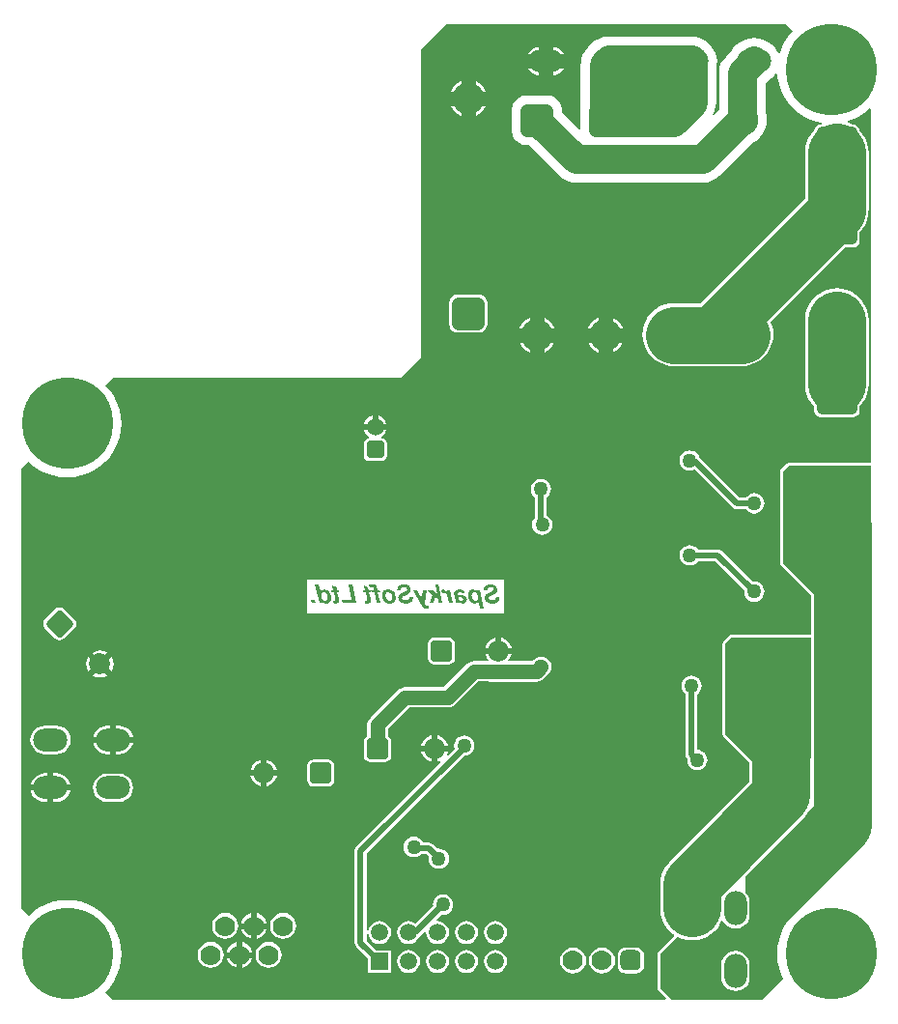
<source format=gbl>
%FSTAX23Y23*%
%MOIN*%
%SFA1B1*%

%IPPOS*%
%AMD59*
4,1,8,0.068900,-0.055100,0.068900,0.055100,0.055100,0.068900,-0.055100,0.068900,-0.068900,0.055100,-0.068900,-0.055100,-0.055100,-0.068900,0.055100,-0.068900,0.068900,-0.055100,0.0*
1,1,0.027560,0.055100,-0.055100*
1,1,0.027560,0.055100,0.055100*
1,1,0.027560,-0.055100,0.055100*
1,1,0.027560,-0.055100,-0.055100*
%
%AMD60*
4,1,8,-0.029500,0.020700,-0.029500,-0.020700,-0.020700,-0.029500,0.020700,-0.029500,0.029500,-0.020700,0.029500,0.020700,0.020700,0.029500,-0.020700,0.029500,-0.029500,0.020700,0.0*
1,1,0.017720,-0.020700,0.020700*
1,1,0.017720,-0.020700,-0.020700*
1,1,0.017720,0.020700,-0.020700*
1,1,0.017720,0.020700,0.020700*
%
%AMD62*
4,1,8,0.025500,0.036400,-0.025500,0.036400,-0.036400,0.025500,-0.036400,-0.025500,-0.025500,-0.036400,0.025500,-0.036400,0.036400,-0.025500,0.036400,0.025500,0.025500,0.036400,0.0*
1,1,0.021860,0.025500,0.025500*
1,1,0.021860,-0.025500,0.025500*
1,1,0.021860,-0.025500,-0.025500*
1,1,0.021860,0.025500,-0.025500*
%
%AMD65*
4,1,8,0.055100,-0.038600,0.055100,0.038600,0.038600,0.055100,-0.038600,0.055100,-0.055100,0.038600,-0.055100,-0.038600,-0.038600,-0.055100,0.038600,-0.055100,0.055100,-0.038600,0.0*
1,1,0.033080,0.038600,-0.038600*
1,1,0.033080,0.038600,0.038600*
1,1,0.033080,-0.038600,0.038600*
1,1,0.033080,-0.038600,-0.038600*
%
%AMD66*
4,1,8,-0.017500,-0.035000,0.017500,-0.035000,0.035000,-0.017500,0.035000,0.017500,0.017500,0.035000,-0.017500,0.035000,-0.035000,0.017500,-0.035000,-0.017500,-0.017500,-0.035000,0.0*
1,1,0.035000,-0.017500,-0.017500*
1,1,0.035000,0.017500,-0.017500*
1,1,0.035000,0.017500,0.017500*
1,1,0.035000,-0.017500,0.017500*
%
%AMD70*
4,1,8,0.043800,0.007700,0.007700,0.043800,-0.007700,0.043800,-0.043800,0.007700,-0.043800,-0.007700,-0.007700,-0.043800,0.007700,-0.043800,0.043800,-0.007700,0.043800,0.007700,0.0*
1,1,0.021860,0.036100,0.000000*
1,1,0.021860,0.000000,0.036100*
1,1,0.021860,-0.036100,0.000000*
1,1,0.021860,0.000000,-0.036100*
%
%ADD36C,0.020000*%
%ADD39C,0.050000*%
%ADD40C,0.100000*%
%ADD41C,0.110240*%
%ADD45C,0.200000*%
%ADD49C,0.160000*%
%ADD50R,0.246060X0.167320*%
%ADD55O,0.118110X0.078740*%
%ADD56C,0.070000*%
%ADD57C,0.125200*%
%ADD58O,0.078740X0.118110*%
G04~CAMADD=59~8~0.0~0.0~1378.0~1378.0~137.8~0.0~15~0.0~0.0~0.0~0.0~0~0.0~0.0~0.0~0.0~0~0.0~0.0~0.0~270.0~1378.0~1378.0*
%ADD59D59*%
G04~CAMADD=60~8~0.0~0.0~590.6~590.6~88.6~0.0~15~0.0~0.0~0.0~0.0~0~0.0~0.0~0.0~0.0~0~0.0~0.0~0.0~90.0~590.0~590.0*
%ADD60D60*%
%ADD61C,0.059060*%
G04~CAMADD=62~8~0.0~0.0~728.4~728.4~109.3~0.0~15~0.0~0.0~0.0~0.0~0~0.0~0.0~0.0~0.0~0~0.0~0.0~0.0~0.0~728.4~728.4*
%ADD62D62*%
%ADD63C,0.072840*%
%ADD64C,0.110240*%
G04~CAMADD=65~8~0.0~0.0~1102.4~1102.4~165.4~0.0~15~0.0~0.0~0.0~0.0~0~0.0~0.0~0.0~0.0~0~0.0~0.0~0.0~270.0~1102.0~1102.0*
%ADD65D65*%
G04~CAMADD=66~8~0.0~0.0~700.0~700.0~175.0~0.0~15~0.0~0.0~0.0~0.0~0~0.0~0.0~0.0~0.0~0~0.0~0.0~0.0~180.0~700.0~700.0*
%ADD66D66*%
%ADD67R,0.059060X0.059060*%
%ADD68C,0.059060*%
%ADD69C,0.314000*%
G04~CAMADD=70~8~0.0~0.0~728.4~728.4~109.3~0.0~15~0.0~0.0~0.0~0.0~0~0.0~0.0~0.0~0.0~0~0.0~0.0~0.0~315.0~940.0~939.0*
%ADD70D70*%
%ADD71C,0.050000*%
%ADD72C,0.196850*%
%LNunisolder52_back-1*%
%LPD*%
G36*
X06889Y04124D02*
X06879Y04114D01*
X06692*
X06584Y04222*
Y04537*
X06604Y04557*
X06889*
Y04124*
G37*
G36*
X06781Y03316D02*
X06633Y03169D01*
Y03018*
X06619Y03006*
X06603Y02987*
X0659Y02967*
X06579Y02945*
X06571Y02922*
X06566Y02898*
X06565Y02874*
X06566Y02849*
X06571Y02825*
X06579Y02802*
X06586Y02787*
X06515Y02716*
X062*
X06161Y02755*
Y02874*
X0622Y02933*
X06222*
X06237Y02926*
X06254Y02922*
X06271Y02921*
X06289Y02922*
X06305Y02926*
X06321Y02933*
X06336Y02942*
X06349Y02953*
X06361Y02966*
X0637Y02981*
X06372Y02988*
X06377*
X06378Y02986*
X06386Y02976*
X06396Y02968*
X06408Y02963*
X06421Y02962*
X06434Y02963*
X06446Y02968*
X06456Y02976*
X06464Y02986*
X06469Y02998*
X0647Y03011*
Y03051*
X06469Y03064*
X06464Y03076*
X06456Y03085*
Y03142*
X06658Y03343*
X06669Y03357*
X06678Y03371*
X06702Y03395*
X06781Y03316*
G37*
G36*
X06619Y06057D02*
D01*
X06603Y06038*
X0659Y06018*
X06579Y05996*
X06574Y05983*
X06569Y05983*
X06563Y05993*
X06555Y06004*
X06544Y06012*
X06536Y06017*
X0653Y06021*
X06516Y06028*
X06501Y06033*
X06486Y06035*
X0647Y06033*
X06455Y06028*
X06441Y06021*
X06436Y06017*
X06427Y06012*
X06417Y06004*
X06408Y05993*
X06405Y05987*
X06388Y0597*
X06378Y05958*
X0637Y05944*
X06366Y05929*
X06364Y05913*
Y05913*
Y05785*
X06347Y05767*
X06343Y0577*
X06348Y05781*
X06353Y05797*
X06355Y05813*
Y05932*
X06357Y05941*
X06359Y05954*
X06357Y05968*
X06353Y05981*
X06347Y05993*
X06342Y05999*
X0634Y06002*
X0633Y06015*
X06317Y06025*
X06302Y06033*
X06286Y06038*
X06269Y0604*
X05984*
X05967Y06038*
X05951Y06033*
X05936Y06025*
X05923Y06015*
X05911Y06003*
X05901Y0599*
X05893Y05975*
X05888Y05959*
X05886Y05942*
Y0575*
X05886Y0575*
Y0572*
X05882Y05718*
X05821Y05778*
Y05789*
X0582Y05801*
X05815Y05812*
X05807Y05822*
X05798Y0583*
X05786Y05834*
X05774Y05836*
X05697*
X05685Y05834*
X05674Y0583*
X05664Y05822*
X05656Y05812*
X05652Y05801*
X0565Y05789*
Y05712*
X05652Y057*
X05656Y05688*
X05664Y05679*
X05674Y05671*
X05685Y05666*
X05697Y05665*
X05708*
X05814Y05558*
X05826Y05548*
X0584Y05541*
X05855Y05536*
X05871Y05535*
X06308*
X06324Y05536*
X06339Y05541*
X06353Y05548*
X06365Y05558*
X06481Y05674*
X06492Y0568*
X06505Y05691*
X06516Y05704*
X06523Y05719*
X06528Y05735*
X0653Y05751*
X06528Y05768*
X06525Y05779*
Y0588*
X06538Y05893*
X06544Y05896*
X06555Y05905*
X0656Y05912*
X06565Y0591*
X06566Y059*
X06571Y05876*
X06579Y05853*
X0659Y05831*
X06603Y05811*
X06619Y05793*
X06638Y05776*
X06658Y05763*
X0668Y05752*
X06703Y05744*
X06719Y05741*
X06719Y05741*
X06718Y05736*
X06716*
X06707Y05734*
X06699Y05729*
X06694Y05721*
X06693Y05716*
X06682Y05703*
X06673Y05689*
X06666Y05673*
X06662Y05656*
X06661Y05639*
Y05482*
X06298Y05119*
X06208*
X06191Y05118*
X06175Y05114*
X06159Y05107*
X06144Y05098*
X06131Y05087*
X0612Y05074*
X06111Y0506*
X06105Y05044*
X06101Y05027*
X061Y0501*
X06101Y04994*
X06105Y04977*
X06111Y04961*
X0612Y04947*
X06131Y04934*
X06144Y04923*
X06159Y04914*
X06175Y04907*
X06191Y04903*
X06208Y04902*
X06443*
X0646Y04903*
X06477Y04907*
X06493Y04914*
X06507Y04923*
X0652Y04934*
X06531Y04947*
X0654Y04961*
X06547Y04977*
X06551Y04994*
X06552Y0501*
X06551Y05027*
X06547Y05044*
X06542Y05056*
X06798Y05311*
X06826*
X06835Y05313*
X06843Y05318*
X06849Y05326*
X0685Y05336*
Y05365*
X06859Y05375*
X06868Y05389*
X06874Y05405*
X06878Y05422*
X06879Y05423*
X0688Y05429*
X06881Y05447*
Y05639*
X0688Y05656*
X06876Y05673*
X06869Y05689*
X0686Y05703*
X0685Y05716*
X06849Y05721*
X06843Y05729*
X06835Y05734*
X06826Y05736*
X06822*
X06821Y05737*
X06809Y05742*
X06809Y05747*
X06823Y05752*
X06845Y05763*
X06865Y05776*
X06884Y05793*
X06889Y05787*
Y04567*
X06604*
X066Y04566*
X06597Y04564*
X06577Y04544*
X06575Y04541*
X06574Y04537*
Y04222*
X06575Y04218*
X06577Y04215*
X06681Y04111*
Y03976*
X06407*
X06403Y03975*
X064Y03973*
X0638Y03953*
X06378Y0395*
X06377Y03946*
Y03631*
X06378Y03628*
X0638Y03624*
X0647Y03534*
Y03467*
X06193Y0319*
X06182Y03177*
X06173Y03163*
X06167Y03147*
X06163Y0313*
X06161Y03113*
Y03031*
X06163Y03014*
X06167Y02997*
X06173Y02981*
X06182Y02966*
X06193Y02953*
X06207Y02942*
X06208Y02941*
X06209Y02936*
X06154Y02881*
X06152Y02877*
X06151Y02874*
Y02755*
X06152Y02752*
X06154Y02748*
X06181Y02721*
X0618Y02716*
X04271*
X04246Y02741*
X04262Y0276*
X04276Y0278*
X04286Y02802*
X04294Y02825*
X04299Y02849*
X04301Y02874*
X04299Y02898*
X04294Y02922*
X04286Y02945*
X04276Y02967*
X04262Y02987*
X04246Y03006*
X04227Y03022*
X04207Y03035*
X04185Y03046*
X04162Y03054*
X04138Y03059*
X04114Y0306*
X04089Y03059*
X04065Y03054*
X04042Y03046*
X0402Y03035*
X04Y03022*
X03982Y03006*
X03956Y03031*
Y04547*
X03982Y04572*
X04Y04556*
X0402Y04542*
X04042Y04532*
X04065Y04524*
X04089Y04519*
X04114Y04517*
X04138Y04519*
X04162Y04524*
X04185Y04532*
X04207Y04542*
X04227Y04556*
X04246Y04572*
X04262Y0459*
X04276Y04611*
X04286Y04633*
X04294Y04656*
X04299Y0468*
X04301Y04704*
X04299Y04729*
X04294Y04753*
X04286Y04776*
X04276Y04798*
X04262Y04818*
X04246Y04836*
X04271Y04862*
X05265*
X05334Y04931*
Y05994*
X05423Y06082*
X06594*
X06619Y06057*
G37*
G36*
X06681Y03551D02*
X06653Y03523D01*
X06496*
X06387Y03631*
Y03946*
X06407Y03966*
X06681*
Y03551*
G37*
%LNunisolder52_back-2*%
%LPC*%
G36*
X04525Y03292D02*
X0452Y03292D01*
X04507Y03288*
X04494Y03281*
X04483Y03272*
X04474Y03261*
X04467Y03248*
X04463Y03235*
X04463Y0323*
X04525*
Y03292*
G37*
G36*
X05311Y03278D02*
X05301Y03277D01*
X05293Y03273*
X05286Y03267*
X0528Y0326*
X05277Y03252*
X05275Y03243*
X05277Y03234*
X0528Y03225*
X05286Y03218*
X05293Y03212*
X05301Y03209*
X05311Y03207*
X0532Y03209*
X05328Y03212*
X05335Y03217*
X05354*
X05363Y03209*
X05362Y03202*
X05363Y03193*
X05367Y03185*
X05372Y03177*
X0538Y03172*
X05388Y03168*
X05397Y03167*
X05406Y03168*
X05415Y03172*
X05422Y03177*
X05428Y03185*
X05431Y03193*
X05432Y03202*
X05431Y03211*
X05428Y0322*
X05422Y03227*
X05415Y03233*
X05406Y03236*
X05397Y03237*
X05392Y03237*
X05377Y03252*
X0537Y03256*
X05363Y03258*
X05342*
X05341Y0326*
X05335Y03267*
X05328Y03273*
X0532Y03277*
X05311Y03278*
G37*
G36*
X04925Y03292D02*
X0492Y03292D01*
X04907Y03288*
X04894Y03281*
X04883Y03272*
X04874Y03261*
X04867Y03248*
X04863Y03235*
X04863Y0323*
X04925*
Y03292*
G37*
G36*
X04545D02*
Y0323D01*
X04606*
X04606Y03235*
X04602Y03248*
X04595Y03261*
X04586Y03272*
X04575Y03281*
X04562Y03288*
X04549Y03292*
X04545Y03292*
G37*
G36*
X05006Y0321D02*
X04945D01*
Y03148*
X04949Y03149*
X04962Y03153*
X04975Y0316*
X04986Y03169*
X04995Y0318*
X05002Y03193*
X05006Y03206*
X05006Y0321*
G37*
G36*
X04525D02*
X04463D01*
X04463Y03206*
X04467Y03193*
X04474Y0318*
X04483Y03169*
X04494Y0316*
X04507Y03153*
X0452Y03149*
X04525Y03148*
Y0321*
G37*
G36*
X05412Y03079D02*
X05403Y03078D01*
X05394Y03074*
X05387Y03069*
X05381Y03061*
X05378Y03053*
X05377Y03044*
X05378Y03038*
X05317Y02978*
X05312Y02981*
X05302Y02985*
X05292Y02987*
X05282Y02985*
X05272Y02981*
X05264Y02975*
X05258Y02967*
X05254Y02957*
X05253Y02947*
X05254Y02937*
X05258Y02927*
X05264Y02919*
X05272Y02913*
X05282Y02909*
X05292Y02907*
X05302Y02909*
X05312Y02913*
X0532Y02919*
X05327Y02927*
X05329Y02932*
X05329Y02933*
X05348Y02952*
X05353Y02949*
X05353Y02947*
X05354Y02937*
X05358Y02927*
X05364Y02919*
X05372Y02913*
X05382Y02909*
X05392Y02907*
X05402Y02909*
X05412Y02913*
X0542Y02919*
X05427Y02927*
X05431Y02937*
X05432Y02947*
X05431Y02957*
X05427Y02967*
X0542Y02975*
X05412Y02981*
X05402Y02985*
X05392Y02987*
X0539Y02986*
X05388Y02991*
X05406Y03009*
X05412Y03009*
X05421Y0301*
X05429Y03013*
X05437Y03019*
X05442Y03026*
X05446Y03035*
X05447Y03044*
X05446Y03053*
X05442Y03061*
X05437Y03069*
X05429Y03074*
X05421Y03078*
X05412Y03079*
G37*
G36*
X04925Y0321D02*
X04863D01*
X04863Y03206*
X04867Y03193*
X04874Y0318*
X04883Y03169*
X04894Y0316*
X04907Y03153*
X0492Y03149*
X04925Y03148*
Y0321*
G37*
G36*
X04606D02*
X04545D01*
Y03148*
X04549Y03149*
X04562Y03153*
X04575Y0316*
X04586Y03169*
X04595Y0318*
X04602Y03193*
X04606Y03206*
X04606Y0321*
G37*
G36*
X04046Y03497D02*
X04037D01*
X04024Y03495*
X04012Y0349*
X04001Y03482*
X03993Y03472*
X03988Y0346*
X03988Y03457*
X04046*
Y03497*
G37*
G36*
X04838Y03488D02*
X04803D01*
Y03452*
X04805Y03452*
X04816Y03457*
X04826Y03464*
X04833Y03474*
X04838Y03485*
X04838Y03488*
G37*
G36*
X04076Y03497D02*
X04066D01*
Y03457*
X04124*
X04124Y0346*
X04119Y03472*
X04111Y03482*
X04101Y0349*
X04089Y03495*
X04076Y03497*
G37*
G36*
X04803Y03543D02*
Y03508D01*
X04838*
X04838Y0351*
X04833Y03521*
X04826Y03531*
X04816Y03538*
X04805Y03543*
X04803Y03543*
G37*
G36*
X04783D02*
X04781Y03543D01*
X04769Y03538*
X0476Y03531*
X04752Y03521*
X04748Y0351*
X04747Y03508*
X04783*
Y03543*
G37*
G36*
Y03488D02*
X04747D01*
X04748Y03485*
X04752Y03474*
X0476Y03464*
X04769Y03457*
X04781Y03452*
X04783Y03452*
Y03488*
G37*
G36*
X04046Y03437D02*
X03988D01*
X03988Y03434*
X03993Y03422*
X04001Y03412*
X04012Y03404*
X04024Y03399*
X04037Y03397*
X04046*
Y03437*
G37*
G36*
X04945Y03292D02*
Y0323D01*
X05006*
X05006Y03235*
X05002Y03248*
X04995Y03261*
X04986Y03272*
X04975Y03281*
X04962Y03288*
X04949Y03292*
X04945Y03292*
G37*
G36*
X04124Y03437D02*
X04066D01*
Y03397*
X04076*
X04089Y03399*
X04101Y03404*
X04111Y03412*
X04119Y03422*
X04124Y03434*
X04124Y03437*
G37*
G36*
X05015Y03544D02*
X04964D01*
X04956Y03543*
X04949Y03538*
X04945Y03531*
X04943Y03523*
Y03472*
X04945Y03464*
X04949Y03457*
X04956Y03452*
X04964Y03451*
X05015*
X05023Y03452*
X0503Y03457*
X05035Y03464*
X05036Y03472*
Y03523*
X05035Y03531*
X0503Y03538*
X05023Y03543*
X05015Y03544*
G37*
G36*
X04292Y03496D02*
X04253D01*
X0424Y03495*
X04228Y0349*
X04218Y03482*
X0421Y03472*
X04205Y0346*
X04203Y03447*
X04205Y03434*
X0421Y03422*
X04218Y03412*
X04228Y03404*
X0424Y03399*
X04253Y03397*
X04292*
X04305Y03399*
X04317Y03404*
X04328Y03412*
X04335Y03422*
X0434Y03434*
X04342Y03447*
X0434Y0346*
X04335Y03472*
X04328Y03482*
X04317Y0349*
X04305Y03495*
X04292Y03496*
G37*
G36*
X05592Y02887D02*
X05582Y02885D01*
X05572Y02881*
X05564Y02875*
X05558Y02867*
X05554Y02857*
X05553Y02847*
X05554Y02837*
X05558Y02827*
X05564Y02819*
X05572Y02813*
X05582Y02809*
X05592Y02807*
X05602Y02809*
X05612Y02813*
X0562Y02819*
X05627Y02827*
X05631Y02837*
X05632Y02847*
X05631Y02857*
X05627Y02867*
X0562Y02875*
X05612Y02881*
X05602Y02885*
X05592Y02887*
G37*
G36*
X05492D02*
X05482Y02885D01*
X05472Y02881*
X05464Y02875*
X05458Y02867*
X05454Y02857*
X05453Y02847*
X05454Y02837*
X05458Y02827*
X05464Y02819*
X05472Y02813*
X05482Y02809*
X05492Y02807*
X05502Y02809*
X05512Y02813*
X0552Y02819*
X05527Y02827*
X05531Y02837*
X05532Y02847*
X05531Y02857*
X05527Y02867*
X0552Y02875*
X05512Y02881*
X05502Y02885*
X05492Y02887*
G37*
G36*
X0461Y02916D02*
X04598Y02914D01*
X04587Y0291*
X04578Y02902*
X0457Y02893*
X04566Y02882*
X04564Y0287*
X04566Y02859*
X0457Y02848*
X04578Y02838*
X04587Y02831*
X04598Y02827*
X0461Y02825*
X04621Y02827*
X04632Y02831*
X04641Y02838*
X04649Y02848*
X04653Y02859*
X04655Y0287*
X04653Y02882*
X04649Y02893*
X04641Y02902*
X04632Y0291*
X04621Y02914*
X0461Y02916*
G37*
G36*
X047Y0286D02*
X04665D01*
X04666Y02859*
X0467Y02848*
X04677Y02838*
X04687Y02831*
X04698Y02827*
X047Y02826*
Y0286*
G37*
G36*
X0481Y02916D02*
X04798Y02914D01*
X04787Y0291*
X04778Y02902*
X0477Y02893*
X04766Y02882*
X04764Y0287*
X04766Y02859*
X0477Y02848*
X04778Y02838*
X04787Y02831*
X04798Y02827*
X0481Y02825*
X04821Y02827*
X04832Y02831*
X04841Y02838*
X04849Y02848*
X04853Y02859*
X04855Y0287*
X04853Y02882*
X04849Y02893*
X04841Y02902*
X04832Y0291*
X04821Y02914*
X0481Y02916*
G37*
G36*
X05392Y02887D02*
X05382Y02885D01*
X05372Y02881*
X05364Y02875*
X05358Y02867*
X05354Y02857*
X05353Y02847*
X05354Y02837*
X05358Y02827*
X05364Y02819*
X05372Y02813*
X05382Y02809*
X05392Y02807*
X05402Y02809*
X05412Y02813*
X0542Y02819*
X05427Y02827*
X05431Y02837*
X05432Y02847*
X05431Y02857*
X05427Y02867*
X0542Y02875*
X05412Y02881*
X05402Y02885*
X05392Y02887*
G37*
G36*
X0586Y02896D02*
X05848Y02895D01*
X05838Y0289*
X05828Y02883*
X05821Y02873*
X05816Y02863*
X05815Y02851*
X05816Y02839*
X05821Y02828*
X05828Y02819*
X05838Y02812*
X05848Y02807*
X0586Y02806*
X05872Y02807*
X05883Y02812*
X05892Y02819*
X05899Y02828*
X05904Y02839*
X05905Y02851*
X05904Y02863*
X05899Y02873*
X05892Y02883*
X05883Y0289*
X05872Y02895*
X0586Y02896*
G37*
G36*
X06421Y02884D02*
X06408Y02882D01*
X06396Y02877*
X06386Y02869*
X06378Y02859*
X06373Y02847*
X06371Y02834*
Y02795*
X06373Y02782*
X06378Y0277*
X06386Y0276*
X06396Y02752*
X06408Y02747*
X06421Y02745*
X06434Y02747*
X06446Y02752*
X06456Y0276*
X06464Y0277*
X06469Y02782*
X0647Y02795*
Y02834*
X06469Y02847*
X06464Y02859*
X06456Y02869*
X06446Y02877*
X06434Y02882*
X06421Y02884*
G37*
G36*
X0596Y02896D02*
X05948Y02895D01*
X05938Y0289*
X05928Y02883*
X05921Y02873*
X05916Y02863*
X05915Y02851*
X05916Y02839*
X05921Y02828*
X05928Y02819*
X05938Y02812*
X05948Y02807*
X0596Y02806*
X05972Y02807*
X05983Y02812*
X05992Y02819*
X05999Y02828*
X06004Y02839*
X06005Y02851*
X06004Y02863*
X05999Y02873*
X05992Y02883*
X05983Y0289*
X05972Y02895*
X0596Y02896*
G37*
G36*
X05292Y02887D02*
X05282Y02885D01*
X05272Y02881*
X05264Y02875*
X05258Y02867*
X05254Y02857*
X05253Y02847*
X05254Y02837*
X05258Y02827*
X05264Y02819*
X05272Y02813*
X05282Y02809*
X05292Y02807*
X05302Y02809*
X05312Y02813*
X0532Y02819*
X05327Y02827*
X05331Y02837*
X05332Y02847*
X05331Y02857*
X05327Y02867*
X0532Y02875*
X05312Y02881*
X05302Y02885*
X05292Y02887*
G37*
G36*
X06078Y02896D02*
X06043D01*
X06035Y02895*
X06029Y02892*
X06023Y02888*
X06019Y02882*
X06016Y02876*
X06015Y02868*
Y02833*
X06016Y02826*
X06019Y0282*
X06023Y02814*
X06029Y02809*
X06035Y02807*
X06043Y02806*
X06078*
X06085Y02807*
X06091Y02809*
X06097Y02814*
X06102Y0282*
X06104Y02826*
X06105Y02833*
Y02868*
X06104Y02876*
X06102Y02882*
X06097Y02888*
X06091Y02892*
X06085Y02895*
X06078Y02896*
G37*
G36*
X0475Y0296D02*
X04715D01*
X04716Y02959*
X0472Y02948*
X04727Y02938*
X04737Y02931*
X04748Y02927*
X0475Y02926*
Y0296*
G37*
G36*
X0486Y03016D02*
X04848Y03014D01*
X04837Y0301*
X04828Y03002*
X0482Y02993*
X04816Y02982*
X04814Y0297*
X04816Y02959*
X0482Y02948*
X04828Y02938*
X04837Y02931*
X04848Y02927*
X0486Y02925*
X04871Y02927*
X04882Y02931*
X04891Y02938*
X04899Y02948*
X04903Y02959*
X04905Y0297*
X04903Y02982*
X04899Y02993*
X04891Y03002*
X04882Y0301*
X04871Y03014*
X0486Y03016*
G37*
G36*
X04804Y0296D02*
X0477D01*
Y02926*
X04771Y02927*
X04782Y02931*
X04792Y02938*
X04799Y02948*
X04803Y02959*
X04804Y0296*
G37*
G36*
X0477Y03015D02*
Y0298D01*
X04804*
X04803Y02982*
X04799Y02993*
X04792Y03003*
X04782Y0301*
X04771Y03014*
X0477Y03015*
G37*
G36*
X0475D02*
X04748Y03014D01*
X04737Y0301*
X04727Y03003*
X0472Y02993*
X04716Y02982*
X04715Y0298*
X0475*
Y03015*
G37*
G36*
X0466Y03016D02*
X04648Y03014D01*
X04637Y0301*
X04628Y03002*
X0462Y02993*
X04616Y02982*
X04614Y0297*
X04616Y02959*
X0462Y02948*
X04628Y02938*
X04637Y02931*
X04648Y02927*
X0466Y02925*
X04671Y02927*
X04682Y02931*
X04691Y02938*
X04699Y02948*
X04703Y02959*
X04705Y0297*
X04703Y02982*
X04699Y02993*
X04691Y03002*
X04682Y0301*
X04671Y03014*
X0466Y03016*
G37*
G36*
X047Y02915D02*
X04698Y02914D01*
X04687Y0291*
X04677Y02903*
X0467Y02893*
X04666Y02882*
X04665Y0288*
X047*
Y02915*
G37*
G36*
X04754Y0286D02*
X0472D01*
Y02826*
X04721Y02827*
X04732Y02831*
X04742Y02838*
X04749Y02848*
X04753Y02859*
X04754Y0286*
G37*
G36*
X0472Y02915D02*
Y0288D01*
X04754*
X04753Y02882*
X04749Y02893*
X04742Y02903*
X04732Y0291*
X04721Y02914*
X0472Y02915*
G37*
G36*
X05592Y02987D02*
X05582Y02985D01*
X05572Y02981*
X05564Y02975*
X05558Y02967*
X05554Y02957*
X05553Y02947*
X05554Y02937*
X05558Y02927*
X05564Y02919*
X05572Y02913*
X05582Y02909*
X05592Y02907*
X05602Y02909*
X05612Y02913*
X0562Y02919*
X05627Y02927*
X05631Y02937*
X05632Y02947*
X05631Y02957*
X05627Y02967*
X0562Y02975*
X05612Y02981*
X05602Y02985*
X05592Y02987*
G37*
G36*
X05492D02*
X05482Y02985D01*
X05472Y02981*
X05464Y02975*
X05458Y02967*
X05454Y02957*
X05453Y02947*
X05454Y02937*
X05458Y02927*
X05464Y02919*
X05472Y02913*
X05482Y02909*
X05492Y02907*
X05502Y02909*
X05512Y02913*
X0552Y02919*
X05527Y02927*
X05531Y02937*
X05532Y02947*
X05531Y02957*
X05527Y02967*
X0552Y02975*
X05512Y02981*
X05502Y02985*
X05492Y02987*
G37*
G36*
X06269Y03834D02*
X0626Y03833D01*
X06252Y03829*
X06244Y03824*
X06239Y03816*
X06235Y03808*
X06234Y03799*
X06235Y0379*
X06239Y03781*
X06244Y03774*
X06249Y0377*
Y03562*
X0625Y03555*
X06255Y03549*
X06254Y03543*
X06255Y03534*
X06258Y03525*
X06264Y03518*
X06271Y03512*
X0628Y03509*
X06289Y03508*
X06298Y03509*
X06306Y03512*
X06314Y03518*
X06319Y03525*
X06323Y03534*
X06324Y03543*
X06323Y03552*
X06319Y0356*
X06314Y03568*
X06306Y03573*
X06298Y03577*
X06289Y03578*
Y0377*
X06294Y03774*
X063Y03781*
X06303Y0379*
X06304Y03799*
X06303Y03808*
X063Y03816*
X06294Y03824*
X06287Y03829*
X06278Y03833*
X06269Y03834*
G37*
G36*
X05962Y04999D02*
X05907D01*
X05908Y04996*
X05911Y04984*
X05918Y04972*
X05926Y04962*
X05936Y04954*
X05947Y04948*
X05959Y04944*
X05962Y04944*
Y04999*
G37*
G36*
X058D02*
X05746D01*
Y04944*
X05748Y04944*
X05761Y04948*
X05772Y04954*
X05782Y04962*
X0579Y04972*
X05796Y04984*
X058Y04996*
X058Y04999*
G37*
G36*
X06036D02*
X05982D01*
Y04944*
X05985Y04944*
X05997Y04948*
X06008Y04954*
X06018Y04962*
X06026Y04972*
X06032Y04984*
X06036Y04996*
X06036Y04999*
G37*
G36*
X05726Y05073D02*
X05723Y05073D01*
X05711Y05069*
X05699Y05063*
X05689Y05055*
X05681Y05045*
X05675Y05034*
X05672Y05021*
X05671Y05019*
X05726*
Y05073*
G37*
G36*
X05537Y05149D02*
X0546D01*
X05453Y05148*
X05447Y05145*
X05441Y05141*
X05437Y05135*
X05434Y05129*
X05433Y05122*
Y05045*
X05434Y05038*
X05437Y05031*
X05441Y05026*
X05447Y05022*
X05453Y05019*
X0546Y05018*
X05537*
X05544Y05019*
X0555Y05022*
X05556Y05026*
X0556Y05031*
X05563Y05038*
X05564Y05045*
Y05122*
X05563Y05129*
X0556Y05135*
X05556Y05141*
X0555Y05145*
X05544Y05148*
X05537Y05149*
G37*
G36*
X05168Y04731D02*
X05168Y04731D01*
X05158Y04727*
X0515Y04721*
X05143Y04712*
X0514Y04703*
X05139Y04702*
X05168*
Y04731*
G37*
G36*
X05217Y04682D02*
X05139D01*
X0514Y04682*
X05143Y04672*
X0515Y04664*
X05157Y04658*
X05157Y04656*
X05156Y04653*
X0515Y04652*
X05144Y04648*
X0514Y04642*
X05138Y04634*
Y04593*
X0514Y04586*
X05144Y0458*
X0515Y04575*
X05157Y04574*
X05199*
X05206Y04575*
X05212Y0458*
X05216Y04586*
X05218Y04593*
Y04634*
X05216Y04642*
X05212Y04648*
X05206Y04652*
X052Y04653*
X05199Y04656*
X05199Y04658*
X05206Y04664*
X05213Y04672*
X05217Y04682*
X05217Y04682*
G37*
G36*
X05188Y04731D02*
Y04702D01*
X05217*
X05217Y04703*
X05213Y04712*
X05206Y04721*
X05198Y04727*
X05188Y04731*
X05188Y04731*
G37*
G36*
X05726Y04999D02*
X05671D01*
X05672Y04996*
X05675Y04984*
X05681Y04972*
X05689Y04962*
X05699Y04954*
X05711Y04948*
X05723Y04944*
X05726Y04944*
Y04999*
G37*
G36*
X06771Y05171D02*
X06754Y05169D01*
X06737Y05165*
X06721Y05159*
X06706Y0515*
X06693Y05138*
X06682Y05125*
X06673Y0511*
X06666Y05094*
X06662Y05078*
X06661Y0506*
Y05056*
Y04839*
X06662Y04822*
X06666Y04805*
X06673Y04789*
X06682Y04774*
X06692Y04762*
Y0475*
X06694Y0474*
X06699Y04733*
X06707Y04727*
X06716Y04726*
X06826*
X06835Y04727*
X06843Y04733*
X06849Y0474*
X0685Y0475*
Y04762*
X0686Y04774*
X06869Y04789*
X06876Y04805*
X0688Y04822*
X06881Y04839*
Y05056*
Y0506*
X0688Y05078*
X06876Y05094*
X06869Y0511*
X0686Y05125*
X06849Y05138*
X06836Y0515*
X06821Y05159*
X06805Y05165*
X06788Y05169*
X06771Y05171*
G37*
G36*
X05746Y05073D02*
Y05019D01*
X058*
X058Y05021*
X05796Y05034*
X0579Y05045*
X05782Y05055*
X05772Y05063*
X05761Y05069*
X05748Y05073*
X05746Y05073*
G37*
G36*
X05757Y05944D02*
X05699D01*
X05699Y05941*
X05704Y05929*
X05712Y05919*
X05723Y05911*
X05735Y05906*
X05748Y05904*
X05757*
Y05944*
G37*
G36*
X05509Y0589D02*
Y05835D01*
X05563*
X05563Y05838*
X05559Y0585*
X05553Y05861*
X05545Y05871*
X05535Y05879*
X05524Y05886*
X05511Y05889*
X05509Y0589*
G37*
G36*
X05835Y05944D02*
X05777D01*
Y05904*
X05787*
X058Y05906*
X05812Y05911*
X05822Y05919*
X0583Y05929*
X05835Y05941*
X05835Y05944*
G37*
G36*
X05787Y06004D02*
X05777D01*
Y05964*
X05835*
X05835Y05967*
X0583Y05979*
X05822Y05989*
X05812Y05997*
X058Y06002*
X05787Y06004*
G37*
G36*
X05757D02*
X05748D01*
X05735Y06002*
X05723Y05997*
X05712Y05989*
X05704Y05979*
X05699Y05967*
X05699Y05964*
X05757*
Y06004*
G37*
G36*
X05982Y05073D02*
Y05019D01*
X06036*
X06036Y05021*
X06032Y05034*
X06026Y05045*
X06018Y05055*
X06008Y05063*
X05997Y05069*
X05985Y05073*
X05982Y05073*
G37*
G36*
X05962D02*
X05959Y05073D01*
X05947Y05069*
X05936Y05063*
X05926Y05055*
X05918Y05045*
X05911Y05034*
X05908Y05021*
X05907Y05019*
X05962*
Y05073*
G37*
G36*
X05489Y05815D02*
X05434D01*
X05434Y05812*
X05438Y058*
X05444Y05789*
X05452Y05779*
X05462Y05771*
X05473Y05765*
X05486Y05761*
X05489Y05761*
Y05815*
G37*
G36*
Y0589D02*
X05486Y05889D01*
X05473Y05886*
X05462Y05879*
X05452Y05871*
X05444Y05861*
X05438Y0585*
X05434Y05838*
X05434Y05835*
X05489*
Y0589*
G37*
G36*
X05563Y05815D02*
X05509D01*
Y05761*
X05511Y05761*
X05524Y05765*
X05535Y05771*
X05545Y05779*
X05553Y05789*
X05559Y058*
X05563Y05812*
X05563Y05815*
G37*
G36*
X06263Y04611D02*
X06254Y0461D01*
X06246Y04607*
X06238Y04601*
X06233Y04594*
X06229Y04585*
X06228Y04576*
X06229Y04567*
X06233Y04559*
X06238Y04551*
X06246Y04546*
X06254Y04542*
X06263Y04541*
X06272Y04542*
X0628Y04546*
X06411Y04414*
X06418Y0441*
X06426Y04408*
X06457*
X06461Y04404*
X06468Y04398*
X06477Y04395*
X06486Y04393*
X06495Y04395*
X06503Y04398*
X06511Y04404*
X06516Y04411*
X0652Y0442*
X06521Y04429*
X0652Y04438*
X06516Y04446*
X06511Y04453*
X06503Y04459*
X06495Y04463*
X06486Y04464*
X06477Y04463*
X06468Y04459*
X06461Y04453*
X06457Y04449*
X06434*
X06297Y04586*
X06294Y04594*
X06288Y04601*
X06281Y04607*
X06272Y0461*
X06263Y04611*
G37*
G36*
X05392Y03628D02*
Y03592D01*
X05428*
X05428Y03594*
X05423Y03606*
X05415Y03615*
X05406Y03623*
X05394Y03627*
X05392Y03628*
G37*
G36*
X05372D02*
X0537Y03627D01*
X05359Y03623*
X05349Y03615*
X05342Y03606*
X05337Y03594*
X05337Y03592*
X05372*
Y03628*
G37*
G36*
X04263Y03662D02*
X04253D01*
X0424Y0366*
X04228Y03655*
X04218Y03647*
X0421Y03637*
X04205Y03625*
X04205Y03622*
X04263*
Y03662*
G37*
G36*
X05648Y0391D02*
X05557D01*
X05558Y03908*
X05562Y03896*
X05568Y03889*
X05565Y03884*
X05518*
X05509Y03883*
X05501Y03879*
X05493Y03874*
X05414Y03794*
X0528*
X05271Y03793*
X05262Y0379*
X05255Y03784*
X05161Y0369*
X05155Y03682*
X05152Y03674*
X0515Y03665*
Y03626*
X05145Y03623*
X0514Y03616*
X05139Y03608*
Y03557*
X0514Y03549*
X05145Y03542*
X05152Y03537*
X0516Y03536*
X05211*
X05219Y03537*
X05226Y03542*
X05231Y03549*
X05232Y03557*
Y03608*
X05231Y03616*
X05226Y03623*
X05221Y03626*
Y0365*
X05295Y03724*
X05429*
X05438Y03725*
X05446Y03729*
X05453Y03734*
X05533Y03814*
X0557*
X05573Y03813*
X05734*
X05743Y03815*
X05752Y03818*
X05759Y03824*
X05775Y0384*
X05781Y03847*
X05784Y03856*
X05786Y03865*
X05784Y03874*
X05781Y03882*
X05775Y0389*
X05768Y03895*
X0576Y03899*
X0575Y039*
X05741Y03899*
X05733Y03895*
X05726Y0389*
X0572Y03884*
X0564*
X05637Y03889*
X05643Y03896*
X05648Y03908*
X05648Y0391*
G37*
G36*
X04292Y03662D02*
X04283D01*
Y03622*
X04341*
X04341Y03625*
X04336Y03637*
X04328Y03647*
X04317Y03655*
X04305Y0366*
X04292Y03662*
G37*
G36*
X05485Y03627D02*
X05476Y03626D01*
X05467Y03623*
X0546Y03617*
X05455Y0361*
X05451Y03601*
X0545Y03592*
X05451Y03583*
X05451Y03582*
X05429Y03559*
X05424Y03562*
X05428Y0357*
X05428Y03572*
X05392*
Y03537*
X05394Y03537*
X05402Y0354*
X05405Y03536*
X05113Y03244*
X05109Y03237*
X05107Y0323*
Y02912*
X05109Y02904*
X05113Y02897*
X05153Y02858*
Y02808*
X05232*
Y02886*
X05181*
X05148Y0292*
Y02945*
X05153Y02946*
X05153Y02944*
X05154Y02937*
X05158Y02927*
X05164Y02919*
X05172Y02913*
X05182Y02909*
X05192Y02907*
X05202Y02909*
X05212Y02913*
X0522Y02919*
X05227Y02927*
X05231Y02937*
X05232Y02947*
X05231Y02957*
X05227Y02967*
X0522Y02975*
X05212Y02981*
X05202Y02985*
X05192Y02987*
X05182Y02985*
X05172Y02981*
X05164Y02975*
X05158Y02967*
X05154Y02957*
X05153Y0295*
X05153Y02948*
X05148Y02949*
Y03221*
X05484Y03557*
X05485Y03557*
X05494Y03558*
X05503Y03562*
X0551Y03567*
X05515Y03575*
X05519Y03583*
X0552Y03592*
X05519Y03601*
X05515Y0361*
X0551Y03617*
X05503Y03623*
X05494Y03626*
X05485Y03627*
G37*
G36*
X05372Y03572D02*
X05337D01*
X05337Y0357*
X05342Y03559*
X05349Y03549*
X05359Y03542*
X0537Y03537*
X05372Y03537*
Y03572*
G37*
G36*
X04263Y03602D02*
X04205D01*
X04205Y03599*
X0421Y03587*
X04218Y03577*
X04228Y03569*
X0424Y03564*
X04253Y03562*
X04263*
Y03602*
G37*
G36*
X04076Y03662D02*
X04037D01*
X04024Y0366*
X04012Y03655*
X04001Y03647*
X03994Y03637*
X03989Y03625*
X03987Y03612*
X03989Y03599*
X03994Y03587*
X04001Y03577*
X04012Y03569*
X04024Y03564*
X04037Y03562*
X04076*
X04089Y03564*
X04101Y03569*
X04111Y03577*
X04119Y03587*
X04124Y03599*
X04126Y03612*
X04124Y03625*
X04119Y03637*
X04111Y03647*
X04101Y03655*
X04089Y0366*
X04076Y03662*
G37*
G36*
X04341Y03602D02*
X04283D01*
Y03562*
X04292*
X04305Y03564*
X04317Y03569*
X04328Y03577*
X04336Y03587*
X04341Y03599*
X04341Y03602*
G37*
G36*
X04227Y0386D02*
X04202Y03835D01*
X04204Y03833*
X04215Y03829*
X04227Y03827*
X04239Y03829*
X04251Y03833*
X04252Y03835*
X04227Y0386*
G37*
G36*
X04088Y0407D02*
X0408Y04069D01*
X04073Y04064*
X04037Y04028*
X04032Y04021*
X04031Y04013*
X04032Y04005*
X04037Y03998*
X04073Y03962*
X0408Y03957*
X04088Y03956*
X04096Y03957*
X04103Y03962*
X04139Y03998*
X04144Y04005*
X04145Y04013*
X04144Y04021*
X04139Y04028*
X04103Y04064*
X04096Y04069*
X04088Y0407*
G37*
G36*
X05613Y03965D02*
Y0393D01*
X05648*
X05648Y03932*
X05643Y03943*
X05636Y03953*
X05626Y0396*
X05615Y03965*
X05613Y03965*
G37*
G36*
X05621Y04164D02*
X04942D01*
Y0405*
X05621*
Y04164*
G37*
G36*
X0575Y04513D02*
X0574Y04512D01*
X05732Y04508*
X05725Y04503*
X05719Y04495*
X05716Y04487*
X05714Y04478*
X05716Y04469*
X05719Y0446*
X05725Y04453*
X05729Y04449*
Y0438*
X05729Y0438*
X05723Y04373*
X0572Y04364*
X05719Y04355*
X0572Y04346*
X05723Y04337*
X05729Y0433*
X05736Y04325*
X05745Y04321*
X05754Y0432*
X05763Y04321*
X05771Y04325*
X05779Y0433*
X05784Y04337*
X05788Y04346*
X05789Y04355*
X05788Y04364*
X05784Y04373*
X05779Y0438*
X05771Y04385*
X0577Y04386*
Y04449*
X05774Y04453*
X0578Y0446*
X05783Y04469*
X05785Y04478*
X05783Y04487*
X0578Y04495*
X05774Y04503*
X05767Y04508*
X05759Y04512*
X0575Y04513*
G37*
G36*
X06263Y04285D02*
X06254Y04283D01*
X06246Y0428*
X06238Y04274*
X06233Y04267*
X06229Y04259*
X06228Y0425*
X06229Y0424*
X06233Y04232*
X06238Y04225*
X06246Y04219*
X06254Y04216*
X06263Y04214*
X06272Y04216*
X06281Y04219*
X06288Y04225*
X06292Y04229*
X06351*
X06451Y04129*
X06451Y04124*
X06452Y04114*
X06455Y04106*
X06461Y04099*
X06468Y04093*
X06477Y0409*
X06486Y04088*
X06495Y0409*
X06503Y04093*
X06511Y04099*
X06516Y04106*
X0652Y04114*
X06521Y04124*
X0652Y04133*
X06516Y04141*
X06511Y04148*
X06503Y04154*
X06495Y04157*
X06486Y04159*
X0648Y04158*
X06374Y04264*
X06367Y04268*
X0636Y0427*
X06292*
X06288Y04274*
X06281Y0428*
X06272Y04283*
X06263Y04285*
G37*
G36*
X04266Y03899D02*
X04241Y03874D01*
X04266Y03849*
X04268Y0385*
X04272Y03862*
X04274Y03874*
X04272Y03886*
X04268Y03897*
X04266Y03899*
G37*
G36*
X04188D02*
X04187Y03897D01*
X04182Y03886*
X0418Y03874*
X04182Y03862*
X04187Y0385*
X04188Y03849*
X04213Y03874*
X04188Y03899*
G37*
G36*
X05431Y03966D02*
X05381D01*
X05372Y03965*
X05366Y0396*
X05361Y03953*
X05359Y03945*
Y03894*
X05361Y03886*
X05366Y03879*
X05372Y03875*
X05381Y03873*
X05431*
X0544Y03875*
X05446Y03879*
X05451Y03886*
X05453Y03894*
Y03945*
X05451Y03953*
X05446Y0396*
X0544Y03965*
X05431Y03966*
G37*
G36*
X05593Y03965D02*
X05591Y03965D01*
X05579Y0396*
X0557Y03953*
X05562Y03943*
X05558Y03932*
X05557Y0393*
X05593*
Y03965*
G37*
G36*
X04227Y03921D02*
X04215Y03919D01*
X04204Y03914*
X04202Y03913*
X04227Y03888*
X04252Y03913*
X04251Y03914*
X04239Y03919*
X04227Y03921*
G37*
%LNunisolder52_back-3*%
%LPD*%
G36*
X05413Y04131D02*
X05414Y04131D01*
X05415Y0413*
X05417Y0413*
X05418Y04129*
X05419Y04128*
X0542Y04127*
X05421Y04126*
X05422Y04125*
X05423Y04124*
X05424Y04124*
X05424Y04123*
X05425Y04122*
X05425Y04122*
X05425Y04121*
X05426Y04121*
X05424Y0413*
X05435*
X05445Y04084*
X05433*
X0543Y04098*
X05429Y041*
X05429Y04101*
X05429Y04103*
X05428Y04104*
X05428Y04105*
X05428Y04106*
X05427Y04107*
X05427Y04108*
X05427Y04109*
X05426Y0411*
X05426Y0411*
X05426Y04111*
X05426Y04111*
X05426Y04111*
X05426Y04111*
Y04111*
X05425Y04113*
X05424Y04114*
X05423Y04115*
X05422Y04116*
X05422Y04117*
X05421Y04117*
X05421Y04118*
X05421Y04118*
X05419Y04119*
X05418Y04119*
X05417Y0412*
X05416Y0412*
X05415Y0412*
X05415Y0412*
X05414*
X05413Y0412*
X05412Y0412*
X05411Y0412*
X05411Y0412*
X05411Y0412*
X0541Y0412*
X0541*
X05405Y0413*
X05407Y0413*
X05408Y04131*
X05409Y04131*
X0541Y04131*
X0541Y04131*
X05411Y04131*
X05411*
X05413Y04131*
G37*
G36*
X05279Y04149D02*
X05281Y04149D01*
X05283Y04149*
X05285Y04148*
X05286Y04148*
X05288Y04147*
X05289Y04147*
X0529Y04146*
X05291Y04146*
X05292Y04145*
X05293Y04145*
X05293Y04144*
X05294Y04144*
X05294Y04144*
X05294Y04144*
X05294Y04144*
X05295Y04143*
X05296Y04142*
X05297Y0414*
X05298Y04139*
X05298Y04138*
X05299Y04137*
X05299Y04136*
X05299Y04135*
X053Y04134*
X053Y04133*
X053Y04132*
X053Y04132*
X053Y04131*
Y04131*
Y0413*
Y0413*
X053Y04129*
X053Y04127*
X053Y04126*
X05299Y04124*
X05299Y04123*
X05299Y04123*
X05298Y04122*
X05298Y04122*
X05297Y04121*
X05297Y0412*
X05296Y04119*
X05295Y04118*
X05294Y04117*
X05293Y04117*
X05293Y04117*
X05293Y04116*
X05292Y04116*
X05291Y04116*
X0529Y04115*
X05288Y04114*
X05286Y04113*
X05284Y04112*
X05284Y04112*
X05283Y04112*
X05283Y04111*
X05282Y04111*
X05282Y04111*
X05282*
X05281Y0411*
X05279Y0411*
X05278Y04109*
X05277Y04109*
X05277Y04109*
X05276Y04108*
X05275Y04108*
X05275Y04107*
X05274Y04107*
X05274Y04107*
X05273Y04107*
X05273Y04106*
X05273Y04106*
X05272Y04106*
X05271Y04105*
X05271Y04104*
X05271Y04103*
X0527Y04103*
X0527Y04102*
Y04102*
Y04102*
X0527Y041*
X05271Y04099*
X05271Y04098*
X05272Y04097*
X05272Y04097*
X05273Y04096*
X05273Y04096*
X05273Y04096*
X05274Y04095*
X05275Y04095*
X05276Y04095*
X05278Y04094*
X05279Y04094*
X0528Y04094*
X05281*
X05282Y04094*
X05284*
X05285Y04094*
X05287Y04094*
X05288Y04094*
X05289Y04094*
X05289Y04095*
X0529Y04095*
X05291Y04095*
X05292Y04096*
X05292Y04096*
X05292Y04096*
X05293Y04096*
X05293Y04097*
X05293Y04097*
X05294Y04097*
X05294Y04098*
X05294Y04099*
X05295Y041*
X05295Y04102*
X05295Y04103*
X05295Y04104*
X05295Y04105*
Y04105*
Y04105*
Y04105*
X05308Y04104*
Y04102*
X05308Y041*
X05307Y04098*
X05307Y04096*
X05307Y04096*
X05306Y04095*
X05306Y04094*
X05306Y04094*
X05306Y04094*
X05306Y04093*
X05306Y04093*
Y04093*
X05305Y04092*
X05305Y04091*
X05303Y0409*
X05302Y04088*
X053Y04087*
X05299Y04087*
X05299Y04086*
X05298Y04086*
X05298Y04086*
X05297Y04086*
X05297Y04085*
X05297*
X05295Y04085*
X05292Y04084*
X0529Y04083*
X05288Y04083*
X05287Y04083*
X05286Y04083*
X05285Y04083*
X05284*
X05284Y04083*
X05283*
X05281Y04083*
X05279Y04083*
X05277Y04083*
X05275Y04084*
X05273Y04084*
X05272Y04085*
X0527Y04085*
X05269Y04086*
X05268Y04086*
X05267Y04087*
X05266Y04087*
X05265Y04088*
X05265Y04088*
X05264Y04088*
X05264Y04089*
X05264Y04089*
X05263Y0409*
X05262Y04091*
X05261Y04092*
X0526Y04093*
X0526Y04095*
X05259Y04096*
X05259Y04097*
X05258Y04098*
X05258Y04099*
X05258Y041*
X05258Y04101*
X05257Y04102*
Y04102*
X05257Y04103*
Y04103*
Y04103*
X05257Y04104*
X05258Y04106*
X05258Y04108*
X05259Y0411*
X0526Y04111*
X0526Y04112*
X05261Y04113*
X05261Y04113*
X05261Y04114*
X05262Y04114*
X05262Y04114*
X05262Y04114*
X05262Y04114*
X05263Y04115*
X05263Y04116*
X05264Y04116*
X05265Y04117*
X05268Y04118*
X0527Y04119*
X05271Y0412*
X05272Y04121*
X05273Y04121*
X05274Y04121*
X05275Y04122*
X05276Y04122*
X05276Y04122*
X05276Y04122*
X05277Y04123*
X05279Y04123*
X0528Y04124*
X05281Y04124*
X05281Y04125*
X05282Y04125*
X05283Y04126*
X05284Y04126*
X05284Y04126*
X05284Y04126*
X05285Y04127*
X05285Y04127*
X05286Y04127*
X05286Y04128*
X05287Y04129*
X05287Y04129*
X05287Y0413*
X05288Y04131*
X05288Y04131*
Y04132*
Y04132*
X05288Y04133*
X05287Y04134*
X05287Y04135*
X05286Y04135*
X05286Y04136*
X05286Y04136*
X05285Y04137*
X05285Y04137*
X05284Y04137*
X05283Y04138*
X05282Y04138*
X05281Y04138*
X05279Y04139*
X05278Y04139*
X05278*
X05276Y04139*
X05274Y04138*
X05272Y04138*
X05271Y04137*
X0527Y04137*
X0527Y04137*
X05269Y04136*
X05269Y04136*
X05268Y04135*
X05267Y04134*
X05267Y04133*
X05266Y04132*
X05266Y04131*
X05266Y0413*
Y0413*
X05266Y04129*
Y04129*
Y04129*
X05253Y0413*
X05253Y04131*
X05254Y04133*
X05254Y04134*
X05254Y04136*
X05255Y04137*
X05256Y04138*
X05256Y04139*
X05257Y0414*
X05257Y04141*
X05258Y04142*
X05259Y04142*
X05259Y04143*
X05259Y04143*
X0526Y04143*
X0526Y04144*
X0526Y04144*
X05261Y04145*
X05262Y04145*
X05264Y04146*
X05265Y04147*
X05267Y04147*
X05268Y04148*
X05271Y04148*
X05272Y04149*
X05274Y04149*
X05275Y04149*
X05276Y04149*
X05276Y04149*
X05277*
X05279Y04149*
G37*
G36*
X05224Y04131D02*
X05227Y04131D01*
X05228Y04131*
X0523Y0413*
X05232Y0413*
X05233Y04129*
X05235Y04128*
X05236Y04128*
X05237Y04127*
X05238Y04126*
X05239Y04125*
X0524Y04125*
X05241Y04124*
X05241Y04124*
X05241Y04124*
X05241Y04124*
X05243Y04122*
X05244Y04121*
X05245Y04119*
X05245Y04117*
X05246Y04115*
X05247Y04114*
X05247Y04112*
X05248Y0411*
X05248Y04109*
X05248Y04108*
X05248Y04106*
X05248Y04105*
Y04104*
X05249Y04104*
Y04103*
Y04103*
X05248Y04101*
X05248Y04099*
X05248Y04097*
X05247Y04096*
X05247Y04094*
X05247Y04094*
X05246Y04093*
X05246Y04093*
X05246Y04093*
X05246Y04093*
Y04093*
X05245Y04091*
X05244Y04089*
X05243Y04088*
X05241Y04087*
X0524Y04086*
X05239Y04086*
X05239Y04086*
X05239Y04085*
X05239Y04085*
X05239*
X05237Y04084*
X05235Y04084*
X05233Y04083*
X05231Y04083*
X05229Y04083*
X05229Y04083*
X05228*
X05228Y04083*
X05227*
X05225Y04083*
X05223Y04083*
X05221Y04083*
X05219Y04084*
X05217Y04085*
X05216Y04085*
X05214Y04086*
X05213Y04087*
X05212Y04088*
X05211Y04088*
X0521Y04089*
X05209Y0409*
X05208Y0409*
X05208Y0409*
X05208Y04091*
X05208Y04091*
X05206Y04092*
X05205Y04094*
X05204Y04096*
X05204Y04097*
X05203Y04099*
X05202Y04101*
X05202Y04102*
X05201Y04104*
X05201Y04105*
X05201Y04106*
X05201Y04107*
X05201Y04108*
Y04109*
X052Y0411*
Y0411*
Y0411*
X05201Y04112*
X05201Y04114*
X05201Y04115*
X05201Y04117*
X05202Y04118*
X05202Y04119*
X05203Y04121*
X05203Y04122*
X05204Y04123*
X05204Y04123*
X05205Y04124*
X05205Y04125*
X05206Y04125*
X05206Y04125*
X05206Y04126*
X05206Y04126*
X05207Y04127*
X05209Y04128*
X0521Y04128*
X05211Y04129*
X05213Y0413*
X05214Y0413*
X05215Y0413*
X05216Y04131*
X05218Y04131*
X05219Y04131*
X0522Y04131*
X05221Y04131*
X05221Y04131*
X05222*
X05224Y04131*
G37*
G36*
X05171Y04149D02*
X05173Y04149D01*
X05174Y04149*
X05175Y04148*
X05176Y04148*
X05177Y04148*
X05177Y04147*
X05177Y04147*
X05178Y04147*
X05179Y04146*
X0518Y04145*
X0518Y04145*
X05181Y04144*
X05181Y04143*
X05181Y04143*
X05182Y04143*
X05182Y04142*
X05182Y04142*
X05182Y04141*
X05183Y04139*
X05183Y04138*
X05183Y04137*
X05184Y04136*
X05184Y04136*
X05184Y04135*
X05184Y04135*
Y04135*
X05185Y0413*
X05192*
X05194Y04121*
X05187*
X05195Y04084*
X05182*
X05174Y04121*
X05165*
X05163Y0413*
X05172*
X05172Y04133*
X05171Y04135*
X05171Y04136*
X05171Y04137*
X05171Y04137*
X0517Y04138*
X0517Y04138*
X0517Y04138*
Y04138*
X0517Y04139*
X05169Y04139*
X05169Y04139*
X05168Y04139*
X05168Y0414*
X05167Y0414*
X05167*
X05166Y0414*
X05165Y04139*
X05163Y04139*
X05162Y04139*
X05161Y04139*
X0516Y04138*
X0516Y04138*
X0516Y04138*
X0516Y04138*
X0516*
X05157Y04147*
X0516Y04148*
X05162Y04148*
X05164Y04149*
X05166Y04149*
X05167Y04149*
X05167Y04149*
X05168*
X05168Y04149*
X05169*
X05171Y04149*
G37*
G36*
X05578D02*
X0558Y04149D01*
X05581Y04149*
X05583Y04148*
X05585Y04148*
X05586Y04147*
X05587Y04147*
X05588Y04146*
X05589Y04146*
X0559Y04145*
X05591Y04145*
X05592Y04144*
X05592Y04144*
X05592Y04144*
X05593Y04144*
X05593Y04144*
X05594Y04143*
X05595Y04142*
X05595Y0414*
X05596Y04139*
X05597Y04138*
X05597Y04137*
X05598Y04136*
X05598Y04135*
X05598Y04134*
X05598Y04133*
X05598Y04132*
X05598Y04132*
X05599Y04131*
Y04131*
Y0413*
Y0413*
X05598Y04129*
X05598Y04127*
X05598Y04126*
X05598Y04124*
X05597Y04123*
X05597Y04123*
X05597Y04122*
X05597Y04122*
X05596Y04121*
X05595Y0412*
X05594Y04119*
X05593Y04118*
X05592Y04117*
X05592Y04117*
X05591Y04117*
X05591Y04116*
X05591Y04116*
X0559Y04116*
X05588Y04115*
X05586Y04114*
X05584Y04113*
X05583Y04112*
X05582Y04112*
X05582Y04112*
X05581Y04111*
X05581Y04111*
X0558Y04111*
X0558*
X05579Y0411*
X05578Y0411*
X05577Y04109*
X05576Y04109*
X05575Y04109*
X05574Y04108*
X05573Y04108*
X05573Y04107*
X05572Y04107*
X05572Y04107*
X05571Y04107*
X05571Y04106*
X05571Y04106*
X0557Y04106*
X0557Y04105*
X05569Y04104*
X05569Y04103*
X05569Y04103*
X05569Y04102*
Y04102*
Y04102*
X05569Y041*
X05569Y04099*
X0557Y04098*
X0557Y04097*
X05571Y04097*
X05571Y04096*
X05571Y04096*
X05572Y04096*
X05572Y04095*
X05573Y04095*
X05574Y04095*
X05576Y04094*
X05577Y04094*
X05579Y04094*
X05579*
X0558Y04094*
X05582*
X05584Y04094*
X05585Y04094*
X05586Y04094*
X05587Y04094*
X05588Y04095*
X05589Y04095*
X05589Y04095*
X0559Y04096*
X0559Y04096*
X05591Y04096*
X05591Y04096*
X05592Y04097*
X05592Y04097*
X05592Y04097*
X05592Y04098*
X05593Y04099*
X05593Y041*
X05593Y04102*
X05594Y04103*
X05594Y04104*
X05594Y04105*
Y04105*
Y04105*
Y04105*
X05606Y04104*
Y04102*
X05606Y041*
X05606Y04098*
X05605Y04096*
X05605Y04096*
X05605Y04095*
X05605Y04094*
X05604Y04094*
X05604Y04094*
X05604Y04093*
X05604Y04093*
Y04093*
X05604Y04092*
X05603Y04091*
X05602Y0409*
X056Y04088*
X05599Y04087*
X05598Y04087*
X05597Y04086*
X05596Y04086*
X05596Y04086*
X05596Y04086*
X05596Y04085*
X05595*
X05593Y04085*
X05591Y04084*
X05588Y04083*
X05586Y04083*
X05585Y04083*
X05584Y04083*
X05583Y04083*
X05583*
X05582Y04083*
X05581*
X05579Y04083*
X05577Y04083*
X05575Y04083*
X05573Y04084*
X05572Y04084*
X0557Y04085*
X05569Y04085*
X05567Y04086*
X05566Y04086*
X05565Y04087*
X05564Y04087*
X05564Y04088*
X05563Y04088*
X05563Y04088*
X05563Y04089*
X05562Y04089*
X05561Y0409*
X0556Y04091*
X05559Y04092*
X05559Y04093*
X05558Y04095*
X05557Y04096*
X05557Y04097*
X05557Y04098*
X05556Y04099*
X05556Y041*
X05556Y04101*
X05556Y04102*
Y04102*
X05556Y04103*
Y04103*
Y04103*
X05556Y04104*
X05556Y04106*
X05556Y04108*
X05557Y0411*
X05558Y04111*
X05558Y04112*
X05559Y04113*
X05559Y04113*
X0556Y04114*
X0556Y04114*
X0556Y04114*
X0556Y04114*
X0556Y04114*
X05561Y04115*
X05562Y04116*
X05563Y04116*
X05564Y04117*
X05566Y04118*
X05568Y04119*
X0557Y0412*
X05571Y04121*
X05572Y04121*
X05573Y04121*
X05573Y04122*
X05574Y04122*
X05574Y04122*
X05574Y04122*
X05576Y04123*
X05577Y04123*
X05578Y04124*
X05579Y04124*
X0558Y04125*
X05581Y04125*
X05581Y04126*
X05582Y04126*
X05582Y04126*
X05583Y04126*
X05583Y04127*
X05584Y04127*
X05584Y04127*
X05585Y04128*
X05585Y04129*
X05585Y04129*
X05586Y0413*
X05586Y04131*
X05586Y04131*
Y04132*
Y04132*
X05586Y04133*
X05586Y04134*
X05585Y04135*
X05585Y04135*
X05584Y04136*
X05584Y04136*
X05584Y04137*
X05584Y04137*
X05583Y04137*
X05581Y04138*
X0558Y04138*
X05579Y04138*
X05578Y04139*
X05577Y04139*
X05576*
X05574Y04139*
X05572Y04138*
X05571Y04138*
X0557Y04137*
X05569Y04137*
X05568Y04137*
X05568Y04136*
X05567Y04136*
X05566Y04135*
X05566Y04134*
X05565Y04133*
X05565Y04132*
X05564Y04131*
X05564Y0413*
Y0413*
X05564Y04129*
Y04129*
Y04129*
X05551Y0413*
X05552Y04131*
X05552Y04133*
X05552Y04134*
X05553Y04136*
X05553Y04137*
X05554Y04138*
X05555Y04139*
X05555Y0414*
X05556Y04141*
X05556Y04142*
X05557Y04142*
X05557Y04143*
X05558Y04143*
X05558Y04143*
X05558Y04144*
X05558Y04144*
X0556Y04145*
X05561Y04145*
X05562Y04146*
X05564Y04147*
X05565Y04147*
X05567Y04148*
X05569Y04148*
X05571Y04149*
X05572Y04149*
X05573Y04149*
X05574Y04149*
X05575Y04149*
X05576*
X05578Y04149*
G37*
G36*
X04972Y04084D02*
X04959D01*
X04957Y04096*
X04969*
X04972Y04084*
G37*
G36*
X05111D02*
X05065D01*
X05063Y04094*
X05095*
X05084Y04148*
X05098*
X05111Y04084*
G37*
G36*
X05348D02*
X05349Y04082D01*
X05349Y04081*
X0535Y0408*
X05351Y04079*
X05352Y04078*
X05352Y04077*
X05353Y04077*
X05354Y04076*
X05355Y04076*
X05355Y04076*
X05356Y04075*
X05356Y04075*
X05357Y04075*
X05357Y04075*
X05357*
X05359Y04075*
X0536Y04075*
X0536Y04075*
X05361Y04076*
X05361Y04076*
X05362Y04076*
X05362*
X05363Y04066*
X05361Y04066*
X05359Y04066*
X05358Y04065*
X05356Y04065*
X05355Y04065*
X05355Y04065*
X05354*
X05352Y04065*
X05351Y04065*
X0535Y04066*
X05349Y04066*
X05348Y04066*
X05348Y04066*
X05347Y04066*
X05347Y04067*
X05346Y04067*
X05345Y04068*
X05344Y04068*
X05343Y04069*
X05343Y0407*
X05342Y0407*
X05342Y0407*
X05342Y04071*
X05342Y04071*
X05341Y04072*
X0534Y04073*
X05339Y04074*
X05339Y04076*
X05338Y04077*
X05337Y04078*
X05337Y04078*
X05337Y04079*
X05337Y04079*
X05336Y04079*
Y04079*
X05308Y0413*
X05321*
X05332Y0411*
X05334Y04107*
X05335Y04104*
X05336Y04101*
X05337Y041*
X05337Y04099*
X05338Y04098*
X05338Y04097*
X05338Y04096*
X05339Y04096*
X05339Y04095*
X05339Y04095*
X05339Y04095*
Y04095*
X05339Y04096*
X05339Y04097*
X05339Y04098*
X05339Y041*
X0534Y04102*
X0534Y04104*
X0534Y04105*
X0534Y04106*
X0534Y04106*
Y04107*
X0534Y04107*
Y04107*
X05343Y0413*
X05356*
X05348Y04084*
G37*
G36*
X0541D02*
X05397D01*
X05394Y04098*
X05386Y04105*
X05379Y04084*
X05367*
X05377Y04113*
X05358Y0413*
X05375*
X05391Y04114*
X05384Y04148*
X05396*
X0541Y04084*
G37*
G36*
X05471Y04131D02*
X05472Y04131D01*
X05473Y04131*
X05475Y04131*
X05476Y0413*
X05477Y0413*
X05478Y0413*
X05479Y04129*
X05479Y04129*
X0548Y04129*
X0548Y04128*
X05481Y04128*
X05481Y04128*
X05481Y04128*
X05481Y04128*
X05483Y04126*
X05485Y04125*
X05486Y04123*
X05487Y04122*
X05488Y0412*
X05488Y0412*
X05488Y04119*
X05488Y04119*
X05489Y04118*
X05489Y04118*
Y04118*
X05476Y04117*
X05476Y04118*
X05476Y04119*
X05475Y04119*
X05475Y0412*
X05474Y0412*
X05474Y04121*
X05474Y04121*
X05474Y04121*
X05473Y04121*
X05472Y04122*
X05471Y04122*
X0547Y04122*
X0547Y04122*
X05469Y04122*
X05468*
X05467Y04122*
X05466Y04122*
X05465Y04122*
X05465Y04122*
X05464Y04121*
X05464Y04121*
X05464Y04121*
X05464Y04121*
X05463Y0412*
X05463Y0412*
X05462Y04119*
X05462Y04119*
X05462Y04118*
X05462Y04118*
Y04118*
Y04118*
Y04117*
X05462Y04116*
X05462Y04115*
X05463Y04114*
X05463Y04114*
X05463Y04114*
Y04113*
X05463Y04113*
X05464Y04113*
X05465Y04113*
X05466Y04113*
X05468Y04112*
X0547Y04112*
X05472Y04112*
X05473Y04112*
X05473Y04112*
X05474Y04112*
X05474Y04112*
X05475*
X05477Y04111*
X05478Y04111*
X0548Y04111*
X05482Y04111*
X05483Y0411*
X05484Y0411*
X05485Y04109*
X05486Y04109*
X05487Y04108*
X05488Y04108*
X05488Y04108*
X05489Y04107*
X05489Y04107*
X05489Y04107*
X05489Y04107*
X0549Y04107*
X0549Y04106*
X05491Y04105*
X05491Y04104*
X05492Y04103*
X05493Y04102*
X05493Y041*
X05493Y04098*
X05493Y04098*
X05494Y04097*
X05494Y04097*
Y04096*
Y04096*
Y04096*
X05494Y04095*
X05493Y04094*
X05493Y04092*
X05492Y0409*
X05492Y04089*
X05491Y04088*
X0549Y04087*
X0549Y04087*
X0549Y04087*
X0549Y04087*
Y04086*
X05489Y04086*
X05488Y04085*
X05487Y04084*
X05485Y04084*
X05484Y04083*
X05482Y04083*
X05482Y04083*
X05481*
X05481Y04083*
X0548*
X05479Y04083*
X05478Y04083*
X05477Y04083*
X05475Y04084*
X05475Y04084*
X05474Y04084*
X05473Y04084*
X05473Y04084*
X05472Y04085*
X05471Y04086*
X0547Y04087*
X05469Y04087*
X05468Y04088*
X05467Y04088*
X05467Y04089*
X05467Y04089*
X05467Y04087*
X05466Y04086*
X05466Y04085*
X05466Y04085*
X05466Y04084*
X05466Y04084*
Y04084*
X05454*
X05454Y04085*
X05454Y04086*
X05454Y04088*
X05455Y04088*
X05455Y04089*
X05455Y0409*
Y0409*
Y0409*
Y04091*
X05455Y04092*
X05454Y04094*
X05454Y04096*
X05454Y04097*
X05453Y04099*
X05453Y041*
X05453Y04101*
X05453Y04101*
X05453Y04102*
X05453Y04102*
Y04102*
X05452Y04104*
X05452Y04105*
X05452Y04107*
X05452Y04108*
X05451Y04109*
X05451Y0411*
X05451Y04111*
X05451Y04112*
X05451Y04113*
X05451Y04113*
X0545Y04114*
X0545Y04114*
Y04114*
X0545Y04114*
Y04114*
X0545Y04116*
X0545Y04117*
Y04118*
X0545Y04118*
Y04119*
Y04119*
Y04119*
X0545Y0412*
X0545Y04121*
X05451Y04122*
X05451Y04124*
X05452Y04125*
X05453Y04126*
X05454Y04127*
X05454Y04128*
X05454Y04128*
X05454*
X05455Y04128*
X05456Y04129*
X05458Y0413*
X0546Y0413*
X05462Y04131*
X05463Y04131*
X05464Y04131*
X05465Y04131*
X05466*
X05467Y04131*
X05469*
X05471Y04131*
G37*
G36*
X05516Y04131D02*
X05517Y04131D01*
X05518Y04131*
X05519Y04131*
X0552Y0413*
X05521Y0413*
X05521Y0413*
X05521Y0413*
X05523Y04129*
X05524Y04129*
X05525Y04128*
X05526Y04127*
X05527Y04126*
X05528Y04126*
X05528Y04126*
X05528Y04125*
X05529*
X05528Y0413*
X05539*
X05553Y04066*
X0554*
X05535Y0409*
X05534Y04089*
X05533Y04088*
X05532Y04087*
X05531Y04086*
X0553Y04085*
X05529Y04085*
X05528Y04084*
X05527Y04084*
X05526Y04083*
X05525Y04083*
X05524Y04083*
X05523Y04083*
X05522*
X05522Y04083*
X05521*
X0552Y04083*
X05518Y04083*
X05517Y04083*
X05515Y04084*
X05514Y04084*
X05512Y04085*
X05511Y04086*
X0551Y04086*
X05509Y04087*
X05508Y04088*
X05508Y04088*
X05507Y04089*
X05506Y04089*
X05506Y0409*
X05506Y0409*
X05506Y0409*
X05504Y04092*
X05503Y04093*
X05502Y04095*
X05501Y04097*
X05501Y04099*
X055Y04101*
X05499Y04102*
X05499Y04104*
X05499Y04105*
X05499Y04107*
X05498Y04108*
X05498Y04109*
Y0411*
X05498Y04111*
Y04111*
Y04111*
X05498Y04113*
X05498Y04115*
X05499Y04116*
X05499Y04118*
X05499Y04119*
X055Y0412*
X055Y04122*
X055Y04123*
X05501Y04123*
X05501Y04124*
X05502Y04125*
X05502Y04125*
X05502Y04126*
X05502Y04126*
X05503Y04126*
X05503Y04126*
X05503Y04127*
X05504Y04128*
X05505Y04129*
X05506Y04129*
X05507Y0413*
X05508Y0413*
X0551Y04131*
X05512Y04131*
X05512Y04131*
X05513Y04131*
X05514Y04131*
X05514*
X05516Y04131*
G37*
G36*
X04988Y04124D02*
X04989Y04125D01*
X0499Y04126*
X04991Y04127*
X04992Y04128*
X04993Y04129*
X04994Y0413*
X04996Y0413*
X04997Y0413*
X04998Y04131*
X04999Y04131*
X05Y04131*
X05Y04131*
X05001*
X05002Y04131*
X05002*
X05004Y04131*
X05006Y04131*
X05007Y04131*
X05009Y0413*
X05011Y04129*
X05012Y04129*
X05013Y04128*
X05014Y04127*
X05015Y04126*
X05016Y04125*
X05017Y04124*
X05018Y04124*
X05018Y04123*
X05019Y04123*
X05019Y04122*
X05019Y04122*
X0502Y04121*
X05021Y04119*
X05022Y04117*
X05023Y04115*
X05023Y04114*
X05024Y04112*
X05024Y0411*
X05024Y04109*
X05025Y04107*
X05025Y04106*
X05025Y04105*
X05025Y04104*
Y04103*
X05025Y04103*
Y04102*
Y04102*
X05025Y041*
X05025Y04099*
X05025Y04097*
X05024Y04096*
X05024Y04094*
X05024Y04093*
X05023Y04092*
X05023Y04091*
X05023Y0409*
X05022Y0409*
X05022Y04089*
X05021Y04088*
X05021Y04088*
X05021Y04088*
X05021Y04088*
X05021Y04088*
X0502Y04087*
X05019Y04086*
X05018Y04085*
X05017Y04085*
X05016Y04084*
X05015Y04084*
X05013Y04083*
X05012Y04083*
X05011Y04083*
X0501Y04083*
X0501Y04083*
X05009*
X05008Y04083*
X05006Y04083*
X05005Y04083*
X05004Y04083*
X05003Y04084*
X05002Y04084*
X05002Y04084*
X05002Y04084*
X05Y04085*
X04999Y04085*
X04998Y04086*
X04997Y04087*
X04996Y04088*
X04995Y04088*
X04995Y04089*
X04995Y04089*
X04996Y04084*
X04984*
X0497Y04148*
X04983*
X04988Y04124*
G37*
G36*
X05044Y04138D02*
X05045Y0413D01*
X05052*
X05053Y04121*
X05047*
X05051Y04102*
X05052Y04101*
X05052Y041*
X05052Y04098*
X05052Y04097*
X05052Y04096*
X05052Y04096*
X05053Y04095*
X05053Y04094*
Y04094*
X05053Y04093*
X05053Y04093*
Y04092*
Y04092*
X05053Y04091*
X05052Y04089*
X05052Y04088*
X05051Y04087*
X05051Y04086*
X0505Y04086*
X0505Y04085*
X0505Y04085*
X05049Y04085*
X05049Y04084*
X05047Y04084*
X05046Y04083*
X05044Y04083*
X05043Y04083*
X05042Y04083*
X05041*
X05041Y04083*
X05039*
X05038Y04083*
X05037Y04083*
X05036Y04083*
X05035Y04083*
X05034Y04083*
X05034Y04083*
X05034*
X05032Y04093*
X05033Y04093*
X05034Y04092*
X05034Y04092*
X05035*
X05035Y04092*
X05037*
X05037Y04092*
X05038Y04093*
X05038Y04093*
X05039Y04093*
X05039Y04093*
X05039Y04093*
X05039*
X05039Y04093*
X0504Y04094*
X0504Y04095*
Y04095*
X0504Y04095*
Y04095*
Y04095*
Y04096*
X0504Y04096*
X0504Y04097*
X0504Y04098*
X05039Y04099*
X05039Y041*
X05039Y04101*
X05039Y04101*
Y04101*
X05039Y04101*
Y04101*
X05035Y04121*
X05027*
X05025Y0413*
X05033*
X0503Y04146*
X05044Y04138*
G37*
G36*
X05153D02*
X05155Y0413D01*
X05161*
X05163Y04121*
X05157*
X05161Y04102*
X05161Y04101*
X05161Y041*
X05161Y04098*
X05162Y04097*
X05162Y04096*
X05162Y04096*
X05162Y04095*
X05162Y04094*
Y04094*
X05162Y04093*
X05162Y04093*
Y04092*
Y04092*
X05162Y04091*
X05162Y04089*
X05161Y04088*
X05161Y04087*
X0516Y04086*
X0516Y04086*
X05159Y04085*
X05159Y04085*
X05159Y04085*
X05158Y04084*
X05156Y04084*
X05155Y04083*
X05153Y04083*
X05152Y04083*
X05151Y04083*
X05151*
X0515Y04083*
X05148*
X05147Y04083*
X05146Y04083*
X05145Y04083*
X05144Y04083*
X05144Y04083*
X05143Y04083*
X05143*
X05141Y04093*
X05142Y04093*
X05143Y04092*
X05144Y04092*
X05144*
X05145Y04092*
X05146*
X05147Y04092*
X05147Y04093*
X05148Y04093*
X05148Y04093*
X05148Y04093*
X05148Y04093*
X05148*
X05149Y04093*
X05149Y04094*
X05149Y04095*
Y04095*
X05149Y04095*
Y04095*
Y04095*
Y04096*
X05149Y04096*
X05149Y04097*
X05149Y04098*
X05149Y04099*
X05149Y041*
X05148Y04101*
X05148Y04101*
Y04101*
X05148Y04101*
Y04101*
X05144Y04121*
X05136*
X05135Y0413*
X05142*
X05139Y04146*
X05153Y04138*
G37*
%LNunisolder52_back-4*%
%LPC*%
G36*
X0552Y04122D02*
X05519D01*
X05518Y04122*
X05517Y04122*
X05515Y04121*
X05515Y04121*
X05514Y0412*
X05513Y0412*
X05513Y0412*
X05513Y0412*
X05512Y04118*
X05511Y04117*
X05511Y04116*
X05511Y04115*
X0551Y04113*
X0551Y04112*
Y04112*
Y04112*
Y04112*
Y04112*
X0551Y0411*
X05511Y04108*
X05511Y04106*
X05511Y04105*
X05512Y04104*
X05512Y04103*
X05512Y04103*
X05512Y04102*
X05512Y04102*
X05512Y04102*
Y04102*
X05513Y041*
X05514Y04098*
X05515Y04097*
X05515Y04096*
X05516Y04095*
X05517Y04095*
X05517Y04094*
X05517Y04094*
X05518Y04094*
X05519Y04093*
X0552Y04093*
X05521Y04092*
X05522Y04092*
X05523Y04092*
X05523*
X05524Y04092*
X05526Y04093*
X05527Y04093*
X05528Y04094*
X05528Y04094*
X05529Y04095*
X05529Y04095*
X05529Y04095*
X0553Y04096*
X05531Y04098*
X05531Y04099*
X05532Y041*
X05532Y04102*
X05532Y04103*
X05532Y04103*
Y04103*
Y04103*
Y04104*
X05532Y04105*
X05532Y04106*
X05531Y04108*
X05531Y04109*
X05531Y0411*
X05531Y04111*
X05531Y04112*
X0553Y04112*
X0553Y04112*
Y04112*
X0553Y04114*
X05529Y04116*
X05528Y04117*
X05527Y04118*
X05527Y04119*
X05526Y04119*
X05526Y0412*
X05526Y0412*
X05525Y04121*
X05523Y04121*
X05522Y04122*
X05521Y04122*
X0552Y04122*
X0552Y04122*
G37*
G36*
X05223Y04122D02*
X05222D01*
X05221Y04122*
X05219Y04122*
X05218Y04121*
X05217Y04121*
X05217Y0412*
X05216Y0412*
X05216Y04119*
X05216Y04119*
X05215Y04118*
X05214Y04117*
X05214Y04116*
X05213Y04115*
X05213Y04114*
X05213Y04113*
Y04112*
Y04112*
Y04112*
Y04112*
X05213Y0411*
X05213Y04109*
X05213Y04107*
X05214Y04106*
X05214Y04104*
X05214Y04103*
X05215Y04102*
X05215Y04101*
X05216Y041*
X05216Y04099*
X05217Y04098*
X05217Y04098*
X05217Y04097*
X05218Y04097*
X05218Y04097*
X05218Y04097*
X05219Y04096*
X05219Y04095*
X0522Y04095*
X05221Y04094*
X05222Y04093*
X05224Y04093*
X05225Y04093*
X05226Y04092*
X05226Y04092*
X05227*
X05228Y04092*
X05229Y04093*
X0523Y04093*
X05231Y04094*
X05232Y04094*
X05233Y04095*
X05233Y04095*
X05233Y04095*
X05234Y04096*
X05235Y04098*
X05235Y04099*
X05236Y041*
X05236Y04101*
X05236Y04102*
X05236Y04103*
Y04103*
Y04103*
Y04103*
X05236Y04105*
X05236Y04106*
X05235Y04108*
X05235Y04109*
X05235Y0411*
X05235Y04111*
X05234Y04112*
X05234Y04112*
X05234Y04112*
Y04112*
X05234Y04114*
X05233Y04115*
X05232Y04116*
X05231Y04118*
X05231Y04118*
X0523Y04119*
X0523Y04119*
X05229Y04119*
X05228Y0412*
X05227Y04121*
X05226Y04121*
X05225Y04122*
X05224Y04122*
X05223Y04122*
G37*
G36*
X05001Y04122D02*
X05D01*
X04999Y04122*
X04998Y04122*
X04997Y04121*
X04996Y04121*
X04995Y0412*
X04994Y04119*
X04994Y04119*
X04994Y04119*
X04993Y04118*
X04992Y04116*
X04992Y04115*
X04992Y04114*
X04991Y04113*
X04991Y04112*
Y04111*
Y04111*
Y04111*
Y04111*
X04991Y04109*
X04991Y04107*
X04992Y04106*
X04992Y04105*
X04992Y04103*
X04993Y04102*
X04993Y04102*
X04993Y04102*
X04993Y04102*
Y04102*
X04994Y041*
X04995Y04098*
X04995Y04097*
X04996Y04096*
X04997Y04095*
X04997Y04095*
X04998Y04094*
X04998Y04094*
X04999Y04094*
X05Y04093*
X05001Y04093*
X05002Y04092*
X05003Y04092*
X05004Y04092*
X05004*
X05006Y04092*
X05007Y04092*
X05008Y04093*
X05009Y04093*
X0501Y04094*
X0501Y04094*
X0501Y04095*
X05011Y04095*
X05011Y04096*
X05012Y04097*
X05012Y04099*
X05013Y041*
X05013Y04101*
X05013Y04102*
X05013Y04102*
Y04102*
Y04103*
Y04103*
X05013Y04104*
X05013Y04105*
X05012Y04108*
X05012Y0411*
X05012Y04111*
X05011Y04112*
X05011Y04113*
X05011Y04114*
X0501Y04114*
X0501Y04115*
X0501Y04115*
X0501Y04116*
X05009Y04116*
Y04116*
X05009Y04117*
X05008Y04118*
X05007Y04119*
X05007Y0412*
X05006Y0412*
X05005Y04121*
X05004Y04121*
X05004Y04121*
X05002Y04122*
X05002Y04122*
X05001Y04122*
X05001Y04122*
G37*
G36*
X05465Y04106D02*
X05464D01*
X05465Y04104*
X05465Y04102*
X05466Y04101*
X05466Y041*
X05466Y04099*
X05467Y04098*
X05467Y04097*
X05467Y04097*
X05467Y04097*
X05468Y04096*
X05468Y04095*
X05469Y04095*
X05469Y04094*
X0547Y04094*
X0547Y04094*
X05471Y04093*
X05471Y04093*
X05472Y04093*
X05473Y04093*
X05474Y04092*
X05474Y04092*
X05475Y04092*
X05476Y04092*
X05476*
X05477Y04092*
X05478Y04092*
X05479Y04093*
X05479Y04093*
X0548Y04093*
X0548Y04093*
X0548Y04093*
X0548Y04094*
X05481Y04094*
X05481Y04095*
X05481Y04095*
X05482Y04096*
X05482Y04097*
X05482Y04097*
Y04097*
Y04097*
X05482Y04098*
X05481Y04099*
X05481Y041*
X05481Y041*
X0548Y04101*
X0548Y04101*
X0548Y04101*
X0548Y04102*
X05479Y04102*
X05478Y04102*
X05478Y04103*
X05477Y04103*
X05475Y04104*
X05473Y04104*
X05471Y04104*
X0547Y04105*
X05469Y04105*
X05468Y04105*
X05468*
X05468Y04105*
X05467*
X05466Y04105*
X05466Y04105*
X05465Y04105*
X05465Y04105*
X05465*
X05465Y04106*
G37*
%LNunisolder52_back-5*%
%LPD*%
G54D36*
X05363Y03238D02*
X05398Y03203D01*
X05485Y03592D02*
X05488Y0359D01*
X05485Y03592D02*
X05485D01*
X05127Y0323D02*
X05488Y0359D01*
X05127Y02912D02*
X05192Y02847D01*
X05315Y02947D02*
X05412Y03044D01*
X05292Y02947D02*
X05315D01*
X0481Y0287D02*
X04814Y02866D01*
X06269Y03562D02*
Y03799D01*
Y03562D02*
X06289Y03543D01*
X0575Y04367D02*
X05758Y04358D01*
X0575Y04367D02*
Y04478D01*
X06278Y04576D02*
X06426Y04429D01*
X06486*
X05127Y02912D02*
Y0323D01*
X05309Y03238D02*
X05363D01*
X06263Y0425D02*
X0636D01*
X06486Y04124*
X06263Y04576D02*
X06278D01*
G54D39*
X05767Y05875D02*
Y06044D01*
X05677Y05954D02*
X05861D01*
X05972Y04914D02*
Y05098D01*
X05882Y05009D02*
X06066D01*
X05736Y04914D02*
Y05098D01*
X05646Y05009D02*
X0583D01*
X05409Y05825D02*
X05593D01*
X05499Y05731D02*
Y05915D01*
X05429Y03759D02*
X05518Y03849D01*
X0528Y03759D02*
X05429D01*
X05186Y03665D02*
X0528Y03759D01*
X05518Y03849D02*
X05573D01*
X05186Y03582D02*
Y03665D01*
X05734Y03849D02*
X0575Y03865D01*
X05573Y03849D02*
X05734D01*
X05573Y03849D02*
X05573Y03849D01*
G54D40*
X06444Y05913D02*
X06486Y05954D01*
X06444Y05751D02*
Y05913D01*
X06308Y05615D02*
X06444Y05751D01*
X05871Y05615D02*
X06308D01*
X05736Y0575D02*
X05871Y05615D01*
G54D41*
X05984Y05954D02*
X06269D01*
X05972Y0575D02*
Y05942D01*
X05984Y05954*
X06269Y05813D02*
Y05954D01*
X06208Y05752D02*
X06269Y05813D01*
X05972Y0575D02*
X06206D01*
G54D45*
X06271Y03113D02*
X0658Y03421D01*
X06271Y03031D02*
Y03113D01*
X0658Y03421D02*
Y03858D01*
X06791Y03319D02*
Y0435D01*
X06568Y03096D02*
X06791Y03319D01*
X06771Y05447D02*
Y05639D01*
Y04839D02*
Y05056D01*
Y0506*
G54D49*
X04535Y0322D02*
X04935D01*
G54D50*
X06117Y05851D03*
G54D55*
X04056Y03612D03*
X04273D03*
Y03447D03*
X04056D03*
X06486Y05954D03*
X06269D03*
X05767D03*
X05984D03*
G54D56*
X0461Y0287D03*
X0466Y0297D03*
X0471Y0287D03*
X0476Y0297D03*
X0481Y0287D03*
X0486Y0297D03*
X0586Y02851D03*
X0596D03*
G54D57*
X04535Y0322D03*
X04935D03*
G54D58*
X06421Y02814D03*
Y03031D03*
X06255D03*
Y02814D03*
G54D59*
X06771Y05391D03*
Y05657D03*
Y04805D03*
Y05071D03*
G54D60*
X05178Y04614D03*
G54D61*
X05178Y04692D03*
G54D62*
X05406Y0392D03*
X0499Y03498D03*
X05186Y03582D03*
G54D63*
X05603Y0392D03*
X04793Y03498D03*
X05382Y03582D03*
X04227Y03874D03*
G54D64*
X05499Y05825D03*
X06208Y05752D03*
X06444Y05751D03*
X05736Y05009D03*
X05972D03*
G54D65*
X05499Y05083D03*
X06208Y0501D03*
X06444Y0501D03*
X05736Y0575D03*
X05972D03*
G54D66*
X0606Y02851D03*
G54D67*
X05192Y02847D03*
G54D68*
X05192Y02947D03*
X05292Y02847D03*
Y02947D03*
X05392Y02847D03*
Y02947D03*
X05492Y02847D03*
Y02947D03*
X05592Y02847D03*
Y02947D03*
G54D69*
X04114Y02874D03*
X06751D03*
Y05925D03*
X04114Y04704D03*
G54D70*
X04088Y04013D03*
G54D71*
X0533Y04342D03*
X04529Y04421D03*
X0454Y04629D03*
X05366Y05044D03*
X06564Y06043D03*
X06377D03*
X0683Y05246D03*
X05679Y04744D03*
X0625Y04872D03*
X05856Y04881D03*
X05641Y05657D03*
X05665Y0598D03*
X05848Y0587D03*
X05905Y06055D03*
X05748D03*
X0559Y05905D03*
X05433D03*
X05511Y05984D03*
X0559Y06055D03*
X05433D03*
X05362Y05984D03*
Y05826D03*
Y05669D03*
Y05196D03*
Y05354D03*
Y05511D03*
X05433Y05275D03*
X05511Y05354D03*
X05433Y05433D03*
X05511Y05511D03*
X05433Y0559D03*
Y05748D03*
X0559D03*
X05511Y05669D03*
X0559Y0559D03*
X05748D03*
X05669Y05511D03*
Y05354D03*
X05826Y05511D03*
Y05354D03*
X05984Y05511D03*
Y05354D03*
X0559Y05433D03*
X05748D03*
X05905D03*
X06062D03*
X06614Y05669D03*
Y05511D03*
X06535Y05433D03*
Y0559D03*
X06456Y05511D03*
Y05354D03*
X06377Y05433D03*
X06299Y05511D03*
Y05354D03*
X0622Y05433D03*
X06141Y05354D03*
Y05511D03*
X04572Y03785D03*
X04796Y03822D03*
X05472Y03053D03*
X05397Y03202D03*
X05311Y03243D03*
X05578Y03788D03*
X05487Y0425D03*
X05098Y03382D03*
X05285Y0349D03*
X05485Y03592D03*
X0551Y03534D03*
X05623Y03788D03*
X05598Y04023D03*
X05774Y03578D03*
X0575Y03865D03*
X05401Y03433D03*
X05442Y02804D03*
X05551Y02896D03*
X05243Y02905D03*
X05343Y02896D03*
X05258Y03008D03*
X05351Y03053D03*
X05412Y03044D03*
X05765Y02806D03*
X06157Y032D03*
X06189Y0325D03*
X05846Y03307D03*
X05816Y03257D03*
X05846Y03208D03*
X05875Y03257D03*
X06072Y04089D03*
X05218Y04837D03*
X05806Y04152D03*
X05905Y03208D03*
X05964D03*
X05994Y03257D03*
X05068Y02992D03*
X05994Y03553D03*
X06053D03*
X06112D03*
X05232Y02757D03*
X06084Y0395D03*
X05659Y04881D03*
X04317Y03767D03*
X03996Y04507D03*
X04133Y04429D03*
X0433Y04822D03*
X04899Y04821D03*
X04527Y04822D03*
X04724D03*
X04303Y02749D03*
X06073Y02757D03*
X06003Y02919D03*
X05767Y02898D03*
X05885Y0308D03*
X05935Y03257D03*
X05592Y03641D03*
X05257Y03589D03*
X05167Y03502D03*
X05207Y03404D03*
X06855Y04684D03*
X06063Y04872D03*
X0524Y03237D03*
X04953Y02985D03*
X04907Y02878D03*
X05045Y02884D03*
X0508Y03127D03*
X05179Y03025D03*
X0574Y03423D03*
X05589Y03115D03*
X05658Y04435D03*
X05661Y04177D03*
X05754Y04355D03*
X05679Y04586D03*
X05905Y03307D03*
X05875Y03553D03*
X06486Y04124D03*
Y04429D03*
X06263Y04576D03*
X0685Y04527D03*
X06614D03*
X06673D03*
X06732D03*
X06791D03*
X06417Y03937D03*
X06653D03*
X06594D03*
X06535D03*
X06476D03*
X06417Y03661D03*
X06476D03*
X06535D03*
X06594D03*
X06653D03*
X0685Y04251D03*
X06791D03*
X06732D03*
X06673D03*
X06614D03*
X0442Y0379D03*
X04802Y03967D03*
X04763Y04007D03*
X04324Y04449D03*
X04232Y04527D03*
X04392Y04229D03*
X05063Y0353D03*
X05487Y04565D03*
X05114Y04581D03*
X05269Y04603D03*
X04902Y0275D03*
X04305Y03364D03*
X04524Y02749D03*
X04384Y0299D03*
X04015Y03129D03*
X04186Y03181D03*
X0404Y03314D03*
X03985Y03776D03*
X03986Y03982D03*
Y04188D03*
X04822Y04724D03*
X04625D03*
X04429D03*
X0433Y04625D03*
X04724D03*
X04625Y04527D03*
X04724Y04429D03*
X04645Y04311D03*
X04932Y0453D03*
X04844Y04206D03*
X049Y04361D03*
X0499Y03347D03*
X04787Y03342D03*
X04515Y03337D03*
X0433Y03937D03*
X0449Y04161D03*
X04806Y03231D03*
X0453Y02906D03*
X04678Y0317D03*
X04173Y03699D03*
X04487Y04316D03*
X04015Y0435D03*
X04327Y04148D03*
X04223Y04134D03*
X05267Y04503D03*
X04477Y03964D03*
X04543D03*
X04608D03*
X0449Y04094D03*
X04178Y04023D03*
X0488Y03444D03*
X04742Y03593D03*
X06259Y03307D03*
X062D03*
X06141D03*
X06082D03*
X06023D03*
X05964D03*
X05935Y03553D03*
X06269Y03799D03*
X06289Y03543D03*
X0575Y04478D03*
X05922Y03937D03*
X05828Y0386D03*
X06102Y03799D03*
X05773Y03723D03*
X05619Y03412D03*
X05788Y04593D03*
X05838Y04541D03*
X06195Y04476D03*
X05837Y0422D03*
X06344Y03808D03*
X0613Y03251D03*
X0611Y04402D03*
X06114Y0473D03*
X05856Y05039D03*
X04491Y04026D03*
X06692Y04685D03*
Y04606D03*
X06771Y04685D03*
Y04606D03*
X0685D03*
X04841Y04004D03*
X04921Y04005D03*
X04882Y03966D03*
X04566Y04316D03*
X04321Y04078D03*
X04819Y0369D03*
X04921Y03692D03*
X05377Y04736D03*
X05349Y04896D03*
X0548Y04898D03*
X04992Y04701D03*
X04926Y04261D03*
X06262Y04168D03*
X06263Y0425D03*
X05989Y04087D03*
X04716Y03756D03*
X06306Y03951D03*
G54D72*
X06371Y05039D02*
X06771Y05439D01*
X06208Y0501D02*
X06443D01*
M02*
</source>
